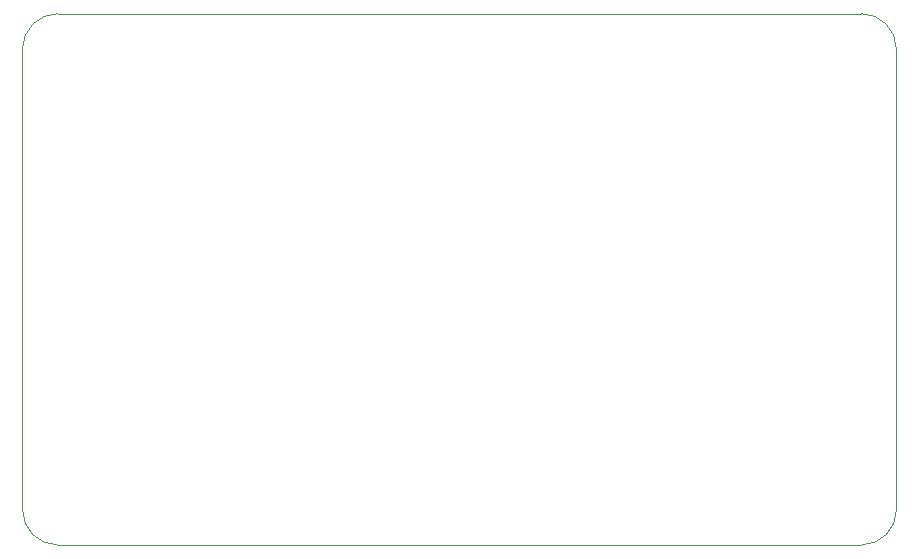
<source format=gbr>
%TF.GenerationSoftware,KiCad,Pcbnew,8.0.1*%
%TF.CreationDate,2024-07-04T11:46:03-05:00*%
%TF.ProjectId,power distribution,706f7765-7220-4646-9973-747269627574,rev?*%
%TF.SameCoordinates,Original*%
%TF.FileFunction,Profile,NP*%
%FSLAX46Y46*%
G04 Gerber Fmt 4.6, Leading zero omitted, Abs format (unit mm)*
G04 Created by KiCad (PCBNEW 8.0.1) date 2024-07-04 11:46:03*
%MOMM*%
%LPD*%
G01*
G04 APERTURE LIST*
%TA.AperFunction,Profile*%
%ADD10C,0.100000*%
%TD*%
G04 APERTURE END LIST*
D10*
X107000000Y-110000000D02*
G75*
G02*
X104000000Y-107000000I0J3000000D01*
G01*
X178000000Y-68000000D02*
X178000000Y-107000000D01*
X178000000Y-107000000D02*
G75*
G02*
X175000000Y-110000000I-3000000J0D01*
G01*
X175000000Y-65000000D02*
G75*
G02*
X178000000Y-68000000I0J-3000000D01*
G01*
X104000000Y-68000000D02*
G75*
G02*
X107000000Y-65000000I3000000J0D01*
G01*
X175000000Y-110000000D02*
X107000000Y-110000000D01*
X107000000Y-65000000D02*
X175000000Y-65000000D01*
X104000000Y-107000000D02*
X104000000Y-68000000D01*
M02*

</source>
